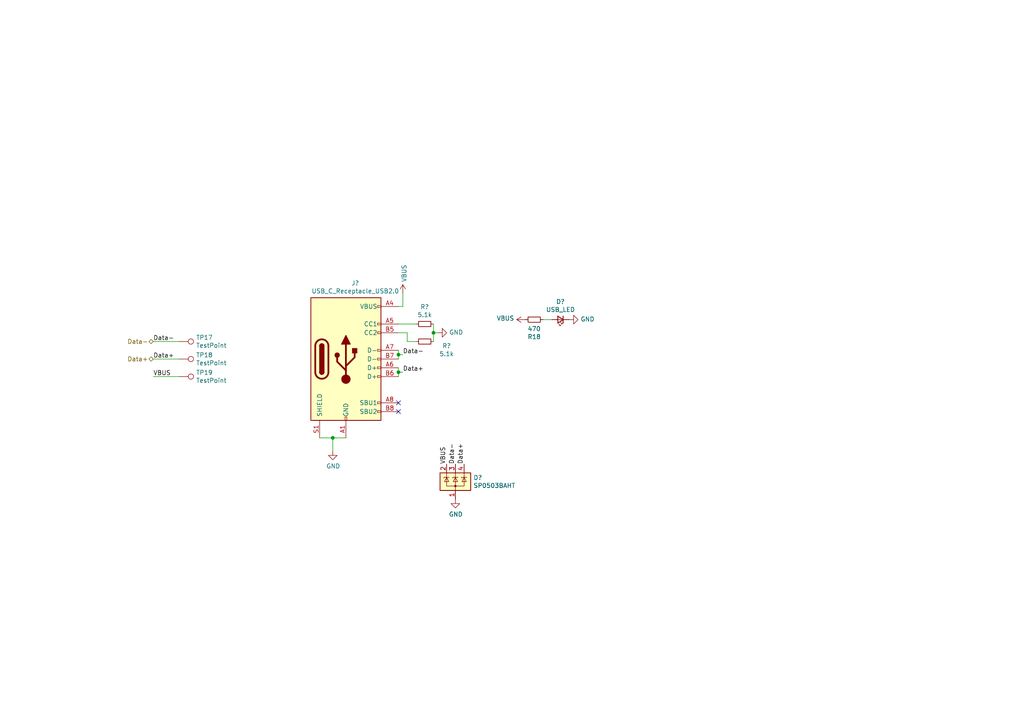
<source format=kicad_sch>
(kicad_sch (version 20211123) (generator eeschema)
  (paper "A4")
  (lib_symbols
    (symbol "Connector:TestPoint" (pin_numbers hide) (pin_names (offset 0.762) hide)
      (property "Reference" "TP" (at 0 6.858 0))
      (property "Value" "TestPoint" (at 0 5.08 0))
      (symbol "TestPoint_0_1"
        (circle (center 0 3.302) (radius 0.762))
      )
      (symbol "TestPoint_1_1"
        (pin passive line (at 0 0 90) (length 2.54) (name "1") (number "1"))
      )
    )
    (symbol "Connector:USB_C_Receptacle_USB2.0" (pin_names (offset 1.016))
      (property "Reference" "J" (at -10.16 19.05 0))
      (property "Value" "USB_C_Receptacle_USB2.0" (at 19.05 19.05 0))
      (symbol "USB_C_Receptacle_USB2.0_0_0"
        (rectangle (start -0.254 -17.78) (end 0.254 -16.764))
        (rectangle (start 10.16 -14.986) (end 9.144 -15.494))
        (rectangle (start 10.16 -12.446) (end 9.144 -12.954))
        (rectangle (start 10.16 -4.826) (end 9.144 -5.334))
        (rectangle (start 10.16 -2.286) (end 9.144 -2.794))
        (rectangle (start 10.16 0.254) (end 9.144 -0.254))
        (rectangle (start 10.16 2.794) (end 9.144 2.286))
        (rectangle (start 10.16 7.874) (end 9.144 7.366))
        (rectangle (start 10.16 10.414) (end 9.144 9.906))
        (rectangle (start 10.16 15.494) (end 9.144 14.986))
      )
      (symbol "USB_C_Receptacle_USB2.0_0_1"
        (rectangle (start -10.16 17.78) (end 10.16 -17.78) (stroke (width 0.254)) (fill (type background)))
        (arc (start -8.89 -3.81) (mid -6.985 -5.715) (end -5.08 -3.81) (stroke (width 0.508)))
        (arc (start -7.62 -3.81) (mid -6.985 -4.445) (end -6.35 -3.81) (stroke (width 0.254)))
        (arc (start -7.62 -3.81) (mid -6.985 -4.445) (end -6.35 -3.81) (stroke (width 0.254)) (fill (type outline)))
        (rectangle (start -7.62 -3.81) (end -6.35 3.81) (stroke (width 0.254)) (fill (type outline)))
        (arc (start -6.35 3.81) (mid -6.985 4.445) (end -7.62 3.81) (stroke (width 0.254)))
        (arc (start -6.35 3.81) (mid -6.985 4.445) (end -7.62 3.81) (stroke (width 0.254)) (fill (type outline)))
        (arc (start -5.08 3.81) (mid -6.985 5.715) (end -8.89 3.81) (stroke (width 0.508)))
        (circle (center -2.54 1.143) (radius 0.635) (stroke (width 0.254)) (fill (type outline)))
        (circle (center 0 -5.842) (radius 1.27) (fill (type outline)))
        (polyline (pts (xy -8.89 -3.81) (xy -8.89 3.81)) (stroke (width 0.508)))
        (polyline (pts (xy -5.08 3.81) (xy -5.08 -3.81)) (stroke (width 0.508)))
        (polyline (pts (xy 0 -5.842) (xy 0 4.318)) (stroke (width 0.508)))
        (polyline (pts (xy 0 -3.302) (xy -2.54 -0.762) (xy -2.54 0.508)) (stroke (width 0.508)))
        (polyline (pts (xy 0 -2.032) (xy 2.54 0.508) (xy 2.54 1.778)) (stroke (width 0.508)))
        (polyline (pts (xy -1.27 4.318) (xy 0 6.858) (xy 1.27 4.318) (xy -1.27 4.318)) (stroke (width 0.254)) (fill (type outline)))
        (rectangle (start 1.905 1.778) (end 3.175 3.048) (stroke (width 0.254)) (fill (type outline)))
      )
      (symbol "USB_C_Receptacle_USB2.0_1_1"
        (pin passive line (at 0 -22.86 90) (length 5.08) (name "GND") (number "A1"))
        (pin passive line (at 0 -22.86 90) (length 5.08) hide (name "GND") (number "A12"))
        (pin passive line (at 15.24 15.24 180) (length 5.08) (name "VBUS") (number "A4"))
        (pin bidirectional line (at 15.24 10.16 180) (length 5.08) (name "CC1") (number "A5"))
        (pin bidirectional line (at 15.24 -2.54 180) (length 5.08) (name "D+") (number "A6"))
        (pin bidirectional line (at 15.24 2.54 180) (length 5.08) (name "D-") (number "A7"))
        (pin bidirectional line (at 15.24 -12.7 180) (length 5.08) (name "SBU1") (number "A8"))
        (pin passive line (at 15.24 15.24 180) (length 5.08) hide (name "VBUS") (number "A9"))
        (pin passive line (at 0 -22.86 90) (length 5.08) hide (name "GND") (number "B1"))
        (pin passive line (at 0 -22.86 90) (length 5.08) hide (name "GND") (number "B12"))
        (pin passive line (at 15.24 15.24 180) (length 5.08) hide (name "VBUS") (number "B4"))
        (pin bidirectional line (at 15.24 7.62 180) (length 5.08) (name "CC2") (number "B5"))
        (pin bidirectional line (at 15.24 -5.08 180) (length 5.08) (name "D+") (number "B6"))
        (pin bidirectional line (at 15.24 0 180) (length 5.08) (name "D-") (number "B7"))
        (pin bidirectional line (at 15.24 -15.24 180) (length 5.08) (name "SBU2") (number "B8"))
        (pin passive line (at 15.24 15.24 180) (length 5.08) hide (name "VBUS") (number "B9"))
        (pin passive line (at -7.62 -22.86 90) (length 5.08) (name "SHIELD") (number "S1"))
      )
    )
    (symbol "Device:LED_Small" (pin_numbers hide) (pin_names (offset 0.254) hide)
      (property "Reference" "D" (at -1.27 3.175 0))
      (property "Value" "LED_Small" (at -4.445 -2.54 0))
      (symbol "LED_Small_0_1"
        (polyline (pts (xy -0.762 -1.016) (xy -0.762 1.016)) (stroke (width 0.254)))
        (polyline (pts (xy 1.016 0) (xy -0.762 0)))
        (polyline (pts (xy 0.762 -1.016) (xy -0.762 0) (xy 0.762 1.016) (xy 0.762 -1.016)) (stroke (width 0.254)))
        (polyline (pts (xy 0 0.762) (xy -0.508 1.27) (xy -0.254 1.27) (xy -0.508 1.27) (xy -0.508 1.016)))
        (polyline (pts (xy 0.508 1.27) (xy 0 1.778) (xy 0.254 1.778) (xy 0 1.778) (xy 0 1.524)))
      )
      (symbol "LED_Small_1_1"
        (pin passive line (at -2.54 0 0) (length 1.778) (name "K") (number "1"))
        (pin passive line (at 2.54 0 180) (length 1.778) (name "A") (number "2"))
      )
    )
    (symbol "Device:R_Small" (pin_numbers hide) (pin_names (offset 0.254) hide)
      (property "Reference" "R" (at 0.762 0.508 0))
      (property "Value" "R_Small" (at 0.762 -1.016 0))
      (symbol "R_Small_0_1"
        (rectangle (start -0.762 1.778) (end 0.762 -1.778) (stroke (width 0.2032)))
      )
      (symbol "R_Small_1_1"
        (pin passive line (at 0 2.54 270) (length 0.762) (name "~") (number "1"))
        (pin passive line (at 0 -2.54 90) (length 0.762) (name "~") (number "2"))
      )
    )
    (symbol "Power_Protection:SP0503BAHT" (pin_names hide)
      (property "Reference" "D" (at 5.715 2.54 0))
      (property "Value" "SP0503BAHT" (at 5.715 0.635 0))
      (symbol "SP0503BAHT_0_0"
        (pin passive line (at 0 -5.08 90) (length 2.54) (name "A") (number "1"))
      )
      (symbol "SP0503BAHT_0_1"
        (rectangle (start -4.445 2.54) (end 4.445 -2.54) (stroke (width 0.254)) (fill (type background)))
        (circle (center 0 -1.27) (radius 0.254) (fill (type outline)))
        (polyline (pts (xy -2.54 2.54) (xy -2.54 1.27)))
        (polyline (pts (xy 0 -1.27) (xy 0 -2.54)))
        (polyline (pts (xy 0 -1.27) (xy 0 1.27)))
        (polyline (pts (xy 0 2.54) (xy 0 1.27)))
        (polyline (pts (xy 0.635 1.27) (xy 0.762 1.27)))
        (polyline (pts (xy 2.54 2.54) (xy 2.54 1.27)))
        (polyline (pts (xy 0.635 1.27) (xy -0.762 1.27) (xy -0.762 1.016)))
        (polyline (pts (xy -3.302 1.016) (xy -3.302 1.27) (xy -1.905 1.27) (xy -1.778 1.27)))
        (polyline (pts (xy -2.54 1.27) (xy -2.54 -1.27) (xy 2.54 -1.27) (xy 2.54 1.27)))
        (polyline (pts (xy -2.54 1.27) (xy -1.905 0) (xy -3.175 0) (xy -2.54 1.27)))
        (polyline (pts (xy 0.635 0) (xy -0.635 0) (xy 0 1.27) (xy 0.635 0)))
        (polyline (pts (xy 1.778 1.016) (xy 1.778 1.27) (xy 3.175 1.27) (xy 3.302 1.27)))
        (polyline (pts (xy 2.54 1.27) (xy 1.905 0) (xy 3.175 0) (xy 2.54 1.27)))
      )
      (symbol "SP0503BAHT_1_1"
        (pin passive line (at -2.54 5.08 270) (length 2.54) (name "K") (number "2"))
        (pin passive line (at 0 5.08 270) (length 2.54) (name "K") (number "3"))
        (pin passive line (at 2.54 5.08 270) (length 2.54) (name "K") (number "4"))
      )
    )
    (symbol "power:GND" (power) (pin_names (offset 0))
      (property "Value" "GND" (at 0 -3.81 0))
      (symbol "GND_0_1"
        (polyline (pts (xy 0 0) (xy 0 -1.27) (xy 1.27 -1.27) (xy 0 -2.54) (xy -1.27 -1.27) (xy 0 -1.27)))
      )
      (symbol "GND_1_1"
        (pin power_in line (at 0 0 270) (length 0) hide (name "GND") (number "1"))
      )
    )
    (symbol "power:VBUS" (power) (pin_names (offset 0))
      (property "Value" "VBUS" (at 0 3.81 0))
      (symbol "VBUS_0_1"
        (polyline (pts (xy -0.762 1.27) (xy 0 2.54)))
        (polyline (pts (xy 0 0) (xy 0 2.54)))
        (polyline (pts (xy 0 2.54) (xy 0.762 1.27)))
      )
      (symbol "VBUS_1_1"
        (pin power_in line (at 0 0 90) (length 0) hide (name "VBUS") (number "1"))
      )
    )
  )
  (junction (at 115.57 107.95))
  (junction (at 125.73 96.52))
  (junction (at 96.52 127))
  (junction (at 115.57 102.87))
  (no_connect (at 115.57 119.38))
  (no_connect (at 115.57 116.84))
  (wire (pts (xy 115.57 96.52) (xy 118.11 96.52)))
  (wire (pts (xy 44.45 109.22) (xy 52.07 109.22)))
  (wire (pts (xy 44.45 104.14) (xy 52.07 104.14)))
  (wire (pts (xy 96.52 127) (xy 96.52 130.81)))
  (wire (pts (xy 115.57 107.95) (xy 115.57 109.22)))
  (wire (pts (xy 118.11 96.52) (xy 118.11 99.06)))
  (wire (pts (xy 160.02 92.71) (xy 157.48 92.71)))
  (wire (pts (xy 115.57 102.87) (xy 115.57 101.6)))
  (wire (pts (xy 115.57 102.87) (xy 116.84 102.87)))
  (wire (pts (xy 116.84 85.09) (xy 116.84 88.9)))
  (wire (pts (xy 125.73 93.98) (xy 125.73 96.52)))
  (wire (pts (xy 92.71 127) (xy 96.52 127)))
  (wire (pts (xy 115.57 93.98) (xy 120.65 93.98)))
  (wire (pts (xy 125.73 99.06) (xy 125.73 96.52)))
  (wire (pts (xy 96.52 127) (xy 100.33 127)))
  (wire (pts (xy 125.73 96.52) (xy 127 96.52)))
  (wire (pts (xy 115.57 106.68) (xy 115.57 107.95)))
  (wire (pts (xy 115.57 104.14) (xy 115.57 102.87)))
  (wire (pts (xy 115.57 107.95) (xy 116.84 107.95)))
  (wire (pts (xy 116.84 88.9) (xy 115.57 88.9)))
  (wire (pts (xy 118.11 99.06) (xy 120.65 99.06)))
  (wire (pts (xy 44.45 99.06) (xy 52.07 99.06)))
  (label "Data+" (at 134.62 134.62 90))
  (label "VBUS" (at 129.54 134.62 90))
  (label "Data+" (at 44.45 104.14 0))
  (label "Data-" (at 44.45 99.06 0))
  (label "Data-" (at 132.08 134.62 90))
  (label "Data-" (at 116.84 102.87 0))
  (label "VBUS" (at 44.45 109.22 0))
  (label "Data+" (at 116.84 107.95 0))
  (hierarchical_label "Data-" (shape bidirectional) (at 44.45 99.06 180))
  (hierarchical_label "Data+" (shape bidirectional) (at 44.45 104.14 180))
  (symbol (lib_id "power:GND") (at 127 96.52 90) (unit 1)
    (property "Reference" "#PWR?" (effects hide))
    (property "Value" "GND" (at 130.2512 96.393 90) (effects (justify right)))
  )
  (symbol (lib_id "Device:R_Small") (at 123.19 99.06 270) (unit 1)
    (property "Reference" "R?" (at 129.54 100.33 90))
    (property "Value" "5.1k" (at 129.54 102.6414 90))
    (property "Footprint" "Resistor_SMD:R_0603_1608Metric" (effects hide))
  )
  (symbol (lib_id "Device:R_Small") (at 123.19 93.98 90) (unit 1)
    (property "Reference" "R?" (at 123.19 89.0016 90))
    (property "Value" "5.1k" (at 123.19 91.313 90))
    (property "Footprint" "Resistor_SMD:R_0603_1608Metric" (effects hide))
  )
  (symbol (lib_id "power:GND") (at 96.52 130.81 0) (unit 1)
    (property "Reference" "#PWR?" (effects hide))
    (property "Value" "GND" (at 96.647 135.2042 0))
  )
  (symbol (lib_id "Connector:USB_C_Receptacle_USB2.0") (at 100.33 104.14 0) (unit 1)
    (property "Reference" "J?" (at 103.0478 82.1182 0))
    (property "Value" "USB_C_Receptacle_USB2.0" (at 103.0478 84.4296 0))
    (property "Footprint" "Connector_USB:USB_C_Receptacle_GCT_USB4085" (effects hide))
    (property "Datasheet" "https://www.usb.org/sites/default/files/documents/usb_type-c.zip" (effects hide))
  )
  (symbol (lib_id "power:GND") (at 132.08 144.78 0) (unit 1)
    (property "Reference" "#PWR?" (effects hide))
    (property "Value" "GND" (at 132.207 149.1742 0))
  )
  (symbol (lib_id "Power_Protection:SP0503BAHT") (at 132.08 139.7 0) (unit 1)
    (property "Reference" "D?" (at 137.287 138.5316 0) (effects (justify left)))
    (property "Value" "SP0503BAHT" (at 137.287 140.843 0) (effects (justify left)))
    (property "Footprint" "Package_TO_SOT_SMD:SOT-143" (effects hide))
    (property "Datasheet" "http://www.littelfuse.com/~/media/files/littelfuse/technical%20resources/documents/data%20sheets/sp05xxba.pdf" (effects hide))
  )
  (symbol (lib_id "power:VBUS") (at 116.84 85.09 0) (unit 1)
    (property "Reference" "#PWR0124" (effects hide))
    (property "Value" "VBUS" (at 117.221 81.8388 90) (effects (justify left)))
  )
  (symbol (lib_id "Connector:TestPoint") (at 52.07 99.06 270) (unit 1)
    (property "Reference" "TP17" (at 56.8452 97.8916 90) (effects (justify left)))
    (property "Value" "TestPoint" (at 56.8452 100.203 90) (effects (justify left)))
    (property "Footprint" "TestPoint:TestPoint_THTPad_1.0x1.0mm_Drill0.5mm" (effects hide))
  )
  (symbol (lib_id "Connector:TestPoint") (at 52.07 104.14 270) (unit 1)
    (property "Reference" "TP18" (at 56.8452 102.9716 90) (effects (justify left)))
    (property "Value" "TestPoint" (at 56.8452 105.283 90) (effects (justify left)))
    (property "Footprint" "TestPoint:TestPoint_THTPad_1.0x1.0mm_Drill0.5mm" (effects hide))
  )
  (symbol (lib_id "Connector:TestPoint") (at 52.07 109.22 270) (unit 1)
    (property "Reference" "TP19" (at 56.8452 108.0516 90) (effects (justify left)))
    (property "Value" "TestPoint" (at 56.8452 110.363 90) (effects (justify left)))
    (property "Footprint" "TestPoint:TestPoint_THTPad_1.0x1.0mm_Drill0.5mm" (effects hide))
  )
  (symbol (lib_id "Device:LED_Small") (at 162.56 92.71 180) (unit 1)
    (property "Reference" "D?" (at 162.56 87.503 0))
    (property "Value" "USB_LED" (at 162.56 89.8144 0))
    (property "Footprint" "LED_SMD:LED_0603_1608Metric_Castellated" (effects hide))
  )
  (symbol (lib_id "Device:R_Small") (at 154.94 92.71 90) (unit 1)
    (property "Reference" "R18" (at 154.94 97.6884 90))
    (property "Value" "470" (at 154.94 95.377 90))
    (property "Footprint" "Resistor_SMD:R_0603_1608Metric" (effects hide))
  )
  (symbol (lib_id "power:GND") (at 165.1 92.71 90) (unit 1)
    (property "Reference" "#PWR?" (effects hide))
    (property "Value" "GND" (at 168.3512 92.583 90) (effects (justify right)))
  )
  (symbol (lib_id "power:VBUS") (at 152.4 92.71 90) (unit 1)
    (property "Reference" "#PWR0129" (effects hide))
    (property "Value" "VBUS" (at 149.1488 92.329 90) (effects (justify left)))
  )
)
</source>
